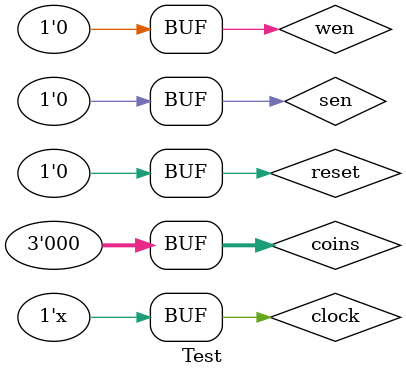
<source format=v>
`timescale 1ns / 1ps

module Test();
reg clock, reset, wen, sen;
reg [2:0] coins;
wire sohda, water;
wire [5:0] change;
wire [5:0] state;

localparam  NO_COIN = 3'b000, NICKEL  = 3'b001, DIME = 3'b010, 
            QUARTER = 3'b011, HALFDOLLAR = 3'b100,
            DOLLAR = 3'b101;
            
VendingMachine test(clock, reset, wen, sen, coins, sohda, water, change, state); 

initial
begin
    clock = 0;
    reset = 0;
    wen = 0;
    sen = 0;
end

always 
#10 clock =!clock;

initial 
begin
coins = HALFDOLLAR; //50 cents
wen = 1; //dispense water, no change
#25
reset = 1; //reset
coins = NO_COIN;
wen = 0;
#25
reset = 0;

coins = DOLLAR; //100 cents or 1 dollar
sen = 1; //dispense soda, no change
#25
reset = 1; // reset
coins = NO_COIN;
sen = 0;
#25
reset = 0; 

coins = DOLLAR; //100 cents
#25
coins = QUARTER; // 25 cents 
wen = 1; //dispense water, change is 75 cents
#25
reset = 1;
coins = NO_COIN;
wen = 0;
#25
reset = 0;

coins = DOLLAR;
#25
coins = NO_COIN;
#25
coins = DOLLAR; // 2 dollars, dispense soda, change is 1 dollar
sen = 1;
#25
reset = 1;
coins = NO_COIN;
sen = 0;
#25
reset = 0;


coins = NICKEL;
#25
coins = NO_COIN;
#25
coins = NICKEL;
sen = 1; //10 cents, should not dispense soda
#25
reset = 1;
coins = NO_COIN;
sen = 0;
#25
reset = 0;

coins = QUARTER;
#25
coins = NO_COIN;
#25
coins = QUARTER;
#25
coins = NO_COIN;
#25
coins = QUARTER;
#25
coins = NO_COIN;
#25
coins = QUARTER; // 1 dollar, soda dispensed, no change
sen = 1;
#25
reset = 1;
coins = NO_COIN;
sen = 0;
#25
reset = 0;

coins = DIME;
#25
coins = NO_COIN;
#25
coins = DIME;
#25
coins = NO_COIN;
#25
coins = DIME;
#25
coins = NO_COIN;
#25
coins = DIME;
#25
coins = NO_COIN;
#25
coins = DIME; //50 cents, water bottle dispense, no change
wen = 1;
#25
reset = 1;
coins = NO_COIN;
wen = 0;
#25
reset = 0;


end

endmodule

</source>
